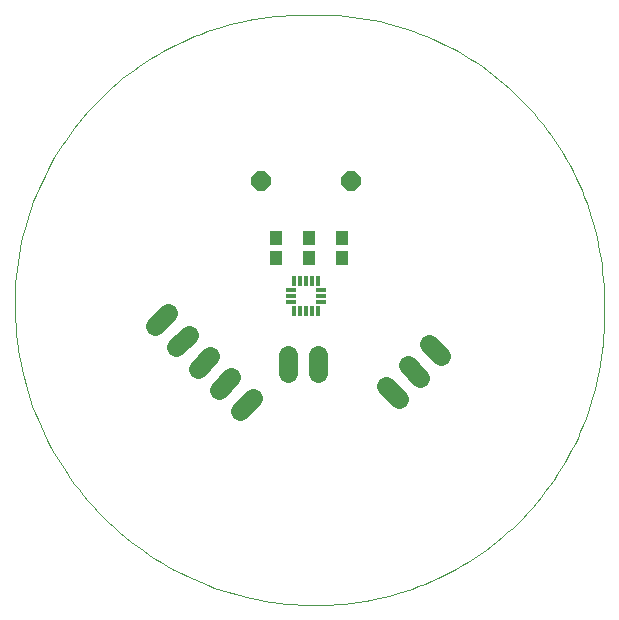
<source format=gts>
G75*
%MOIN*%
%OFA0B0*%
%FSLAX24Y24*%
%IPPOS*%
%LPD*%
%AMOC8*
5,1,8,0,0,1.08239X$1,22.5*
%
%ADD10C,0.0000*%
%ADD11R,0.0355X0.0158*%
%ADD12R,0.0158X0.0355*%
%ADD13R,0.0434X0.0473*%
%ADD14C,0.0640*%
%ADD15OC8,0.0640*%
D10*
X000100Y010131D02*
X000100Y010160D01*
X000103Y010392D01*
X000111Y010625D01*
X000125Y010857D01*
X000144Y011088D01*
X000169Y011319D01*
X000200Y011550D01*
X000236Y011779D01*
X000278Y012008D01*
X000325Y012235D01*
X000378Y012462D01*
X000436Y012687D01*
X000500Y012910D01*
X000569Y013132D01*
X000643Y013352D01*
X000723Y013571D01*
X000808Y013787D01*
X000898Y014001D01*
X000993Y014213D01*
X001093Y014423D01*
X001199Y014630D01*
X001309Y014834D01*
X001424Y015036D01*
X001544Y015235D01*
X001669Y015431D01*
X001799Y015624D01*
X001933Y015814D01*
X002072Y016000D01*
X002215Y016183D01*
X002363Y016363D01*
X002515Y016539D01*
X002671Y016711D01*
X002831Y016879D01*
X002995Y017044D01*
X003163Y017204D01*
X003335Y017360D01*
X003511Y017513D01*
X003690Y017660D01*
X003873Y017804D01*
X004059Y017943D01*
X004249Y018077D01*
X004442Y018207D01*
X004638Y018332D01*
X004836Y018453D01*
X005038Y018568D01*
X005242Y018679D01*
X005449Y018784D01*
X005659Y018885D01*
X005871Y018980D01*
X006085Y019071D01*
X006301Y019156D01*
X006519Y019236D01*
X006739Y019310D01*
X006961Y019380D01*
X007185Y019444D01*
X007410Y019502D01*
X007636Y019555D01*
X007863Y019603D01*
X008092Y019645D01*
X008322Y019681D01*
X008552Y019712D01*
X008783Y019738D01*
X009014Y019757D01*
X009246Y019771D01*
X009479Y019780D01*
X009711Y019783D01*
X010170Y019784D01*
X010404Y019782D01*
X010638Y019774D01*
X010871Y019760D01*
X011104Y019741D01*
X011337Y019715D01*
X011569Y019685D01*
X011800Y019648D01*
X012030Y019606D01*
X012259Y019558D01*
X012487Y019505D01*
X012713Y019446D01*
X012938Y019381D01*
X013161Y019311D01*
X013382Y019236D01*
X013602Y019155D01*
X013819Y019069D01*
X014035Y018978D01*
X014248Y018881D01*
X014458Y018779D01*
X014666Y018672D01*
X014872Y018560D01*
X015074Y018443D01*
X015274Y018321D01*
X015470Y018194D01*
X015663Y018062D01*
X015854Y017926D01*
X016040Y017785D01*
X016223Y017639D01*
X016403Y017489D01*
X016579Y017335D01*
X016751Y017177D01*
X016919Y017014D01*
X017083Y016847D01*
X017243Y016676D01*
X017398Y016502D01*
X017549Y016323D01*
X017696Y016141D01*
X017839Y015956D01*
X017977Y015767D01*
X018110Y015574D01*
X018238Y015379D01*
X018362Y015180D01*
X018480Y014978D01*
X018594Y014774D01*
X018702Y014567D01*
X018806Y014357D01*
X018904Y014145D01*
X018997Y013930D01*
X019085Y013713D01*
X019168Y013495D01*
X019245Y013274D01*
X019316Y013051D01*
X019383Y012827D01*
X019443Y012601D01*
X019498Y012373D01*
X019548Y012145D01*
X019592Y011915D01*
X019630Y011684D01*
X019663Y011453D01*
X019689Y011220D01*
X019711Y010987D01*
X019726Y010754D01*
X019736Y010520D01*
X019740Y010286D01*
X019741Y010286D02*
X019743Y009754D01*
X019741Y009521D01*
X019734Y009288D01*
X019721Y009056D01*
X019702Y008823D01*
X019678Y008592D01*
X019648Y008361D01*
X019613Y008131D01*
X019572Y007901D01*
X019525Y007673D01*
X019473Y007446D01*
X019416Y007221D01*
X019353Y006996D01*
X019285Y006774D01*
X019211Y006553D01*
X019132Y006334D01*
X019047Y006117D01*
X018958Y005902D01*
X018863Y005689D01*
X018763Y005479D01*
X018658Y005271D01*
X018548Y005066D01*
X018433Y004863D01*
X018313Y004664D01*
X018189Y004467D01*
X018059Y004273D01*
X017925Y004083D01*
X017787Y003896D01*
X017644Y003712D01*
X017496Y003532D01*
X017344Y003355D01*
X017188Y003182D01*
X017028Y003013D01*
X016864Y002848D01*
X016695Y002687D01*
X016523Y002530D01*
X016348Y002378D01*
X016168Y002229D01*
X015985Y002085D01*
X015799Y001946D01*
X015609Y001811D01*
X015416Y001681D01*
X015220Y001555D01*
X015021Y001434D01*
X014819Y001318D01*
X014614Y001207D01*
X014407Y001101D01*
X014197Y001000D01*
X013985Y000904D01*
X013770Y000814D01*
X013554Y000728D01*
X013335Y000648D01*
X013114Y000573D01*
X012892Y000504D01*
X012668Y000440D01*
X012443Y000381D01*
X012216Y000328D01*
X011988Y000280D01*
X011759Y000238D01*
X011529Y000201D01*
X011299Y000170D01*
X011067Y000145D01*
X010835Y000125D01*
X010603Y000111D01*
X010370Y000103D01*
X010137Y000100D01*
X009891Y000103D01*
X009645Y000112D01*
X009399Y000127D01*
X009154Y000148D01*
X008909Y000175D01*
X008665Y000209D01*
X008422Y000248D01*
X008180Y000293D01*
X007939Y000344D01*
X007699Y000401D01*
X007461Y000463D01*
X007225Y000532D01*
X006990Y000606D01*
X006757Y000686D01*
X006526Y000772D01*
X006297Y000863D01*
X006071Y000960D01*
X005847Y001063D01*
X005626Y001171D01*
X005407Y001284D01*
X005192Y001403D01*
X004979Y001527D01*
X004769Y001656D01*
X004563Y001790D01*
X004360Y001930D01*
X004160Y002074D01*
X003964Y002223D01*
X003772Y002377D01*
X003583Y002535D01*
X003399Y002698D01*
X003218Y002866D01*
X003042Y003038D01*
X002870Y003214D01*
X002702Y003394D01*
X002539Y003579D01*
X002380Y003767D01*
X002227Y003959D01*
X002077Y004155D01*
X001933Y004355D01*
X001794Y004558D01*
X001659Y004764D01*
X001530Y004973D01*
X001406Y005186D01*
X001287Y005402D01*
X001174Y005620D01*
X001066Y005842D01*
X000963Y006065D01*
X000866Y006292D01*
X000774Y006520D01*
X000688Y006751D01*
X000608Y006984D01*
X000534Y007219D01*
X000465Y007455D01*
X000402Y007693D01*
X000345Y007933D01*
X000294Y008174D01*
X000249Y008416D01*
X000209Y008659D01*
X000176Y008903D01*
X000149Y009148D01*
X000128Y009393D01*
X000112Y009639D01*
X000103Y009885D01*
X000100Y010131D01*
D11*
X009304Y010203D03*
X009304Y010400D03*
X009304Y010597D03*
X010308Y010597D03*
X010308Y010400D03*
X010308Y010203D03*
D12*
X010200Y009898D03*
X010003Y009898D03*
X009806Y009898D03*
X009609Y009898D03*
X009412Y009898D03*
X009412Y010902D03*
X009609Y010902D03*
X009806Y010902D03*
X010003Y010902D03*
X010200Y010902D03*
D13*
X009906Y011665D03*
X009906Y012335D03*
X008806Y012335D03*
X008806Y011665D03*
X011006Y011665D03*
X011006Y012335D03*
D14*
X007325Y007705D02*
X006901Y007281D01*
X006194Y007988D02*
X006618Y008412D01*
X005911Y009119D02*
X005487Y008695D01*
X004780Y009402D02*
X005204Y009826D01*
X008032Y006998D02*
X007608Y006574D01*
X009206Y007850D02*
X009206Y008450D01*
X010206Y008450D02*
X010206Y007850D01*
X012487Y007405D02*
X012911Y006981D01*
X013618Y007688D02*
X013194Y008112D01*
X013901Y008819D02*
X014325Y008395D01*
D15*
X011306Y014240D03*
X008316Y014230D03*
M02*

</source>
